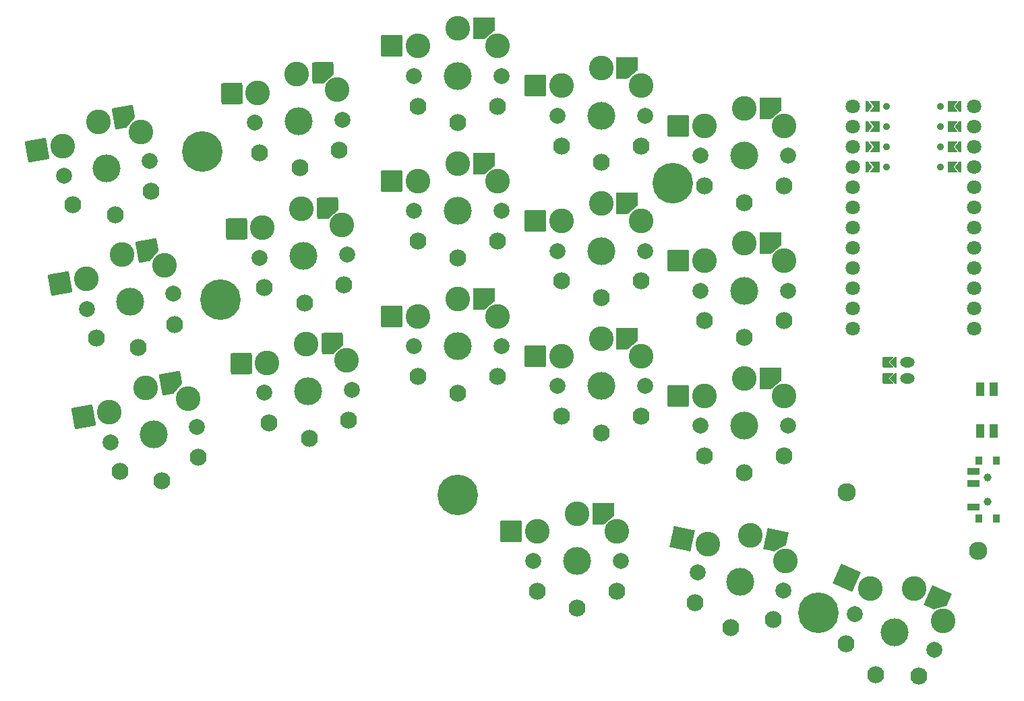
<source format=gbr>
%TF.GenerationSoftware,KiCad,Pcbnew,8.0.1*%
%TF.CreationDate,2024-05-06T14:57:41+03:00*%
%TF.ProjectId,new_ready_splayer_pcb,6e65775f-7265-4616-9479-5f73706c6179,v1.0.0*%
%TF.SameCoordinates,Original*%
%TF.FileFunction,Soldermask,Top*%
%TF.FilePolarity,Negative*%
%FSLAX46Y46*%
G04 Gerber Fmt 4.6, Leading zero omitted, Abs format (unit mm)*
G04 Created by KiCad (PCBNEW 8.0.1) date 2024-05-06 14:57:41*
%MOMM*%
%LPD*%
G01*
G04 APERTURE LIST*
G04 Aperture macros list*
%AMRoundRect*
0 Rectangle with rounded corners*
0 $1 Rounding radius*
0 $2 $3 $4 $5 $6 $7 $8 $9 X,Y pos of 4 corners*
0 Add a 4 corners polygon primitive as box body*
4,1,4,$2,$3,$4,$5,$6,$7,$8,$9,$2,$3,0*
0 Add four circle primitives for the rounded corners*
1,1,$1+$1,$2,$3*
1,1,$1+$1,$4,$5*
1,1,$1+$1,$6,$7*
1,1,$1+$1,$8,$9*
0 Add four rect primitives between the rounded corners*
20,1,$1+$1,$2,$3,$4,$5,0*
20,1,$1+$1,$4,$5,$6,$7,0*
20,1,$1+$1,$6,$7,$8,$9,0*
20,1,$1+$1,$8,$9,$2,$3,0*%
%AMFreePoly0*
4,1,15,1.335355,1.335355,1.350000,1.300000,1.350000,-0.250000,1.335355,-0.285355,1.332160,-0.288285,0.082160,-1.338285,0.050000,-1.350000,-1.300000,-1.350000,-1.335355,-1.335355,-1.350000,-1.300000,-1.350000,1.300000,-1.335355,1.335355,-1.300000,1.350000,1.300000,1.350000,1.335355,1.335355,1.335355,1.335355,$1*%
%AMFreePoly1*
4,1,16,0.535355,0.660355,0.550000,0.625000,0.550000,-0.625000,0.535355,-0.660355,0.500000,-0.675000,-0.650000,-0.675000,-0.685355,-0.660355,-0.700000,-0.625000,-0.689043,-0.593765,-0.214031,0.000000,-0.689043,0.593765,-0.699694,0.630522,-0.681235,0.664043,-0.650000,0.675000,0.500000,0.675000,0.535355,0.660355,0.535355,0.660355,$1*%
%AMFreePoly2*
4,1,16,-0.214645,0.660355,-0.210957,0.656235,0.289043,0.031235,0.299694,-0.005522,0.289043,-0.031235,-0.210957,-0.656235,-0.244478,-0.674694,-0.250000,-0.675000,-0.500000,-0.675000,-0.535355,-0.660355,-0.550000,-0.625000,-0.550000,0.625000,-0.535355,0.660355,-0.500000,0.675000,-0.250000,0.675000,-0.214645,0.660355,-0.214645,0.660355,$1*%
%AMFreePoly3*
4,1,16,0.635355,0.285355,0.650000,0.250000,0.650000,-1.000000,0.635355,-1.035355,0.600000,-1.050000,0.564645,-1.035355,0.000000,-0.470710,-0.564645,-1.035355,-0.600000,-1.050000,-0.635355,-1.035355,-0.650000,-1.000000,-0.650000,0.250000,-0.635355,0.285355,-0.600000,0.300000,0.600000,0.300000,0.635355,0.285355,0.635355,0.285355,$1*%
%AMFreePoly4*
4,1,14,0.035355,0.435355,0.635355,-0.164645,0.650000,-0.200000,0.650000,-0.400000,0.635355,-0.435355,0.600000,-0.450000,-0.600000,-0.450000,-0.635355,-0.435355,-0.650000,-0.400000,-0.650000,-0.200000,-0.635355,-0.164645,-0.035355,0.435355,0.000000,0.450000,0.035355,0.435355,0.035355,0.435355,$1*%
G04 Aperture macros list end*
%ADD10C,2.000000*%
%ADD11C,3.100000*%
%ADD12C,3.500000*%
%ADD13C,2.132000*%
%ADD14FreePoly0,0.000000*%
%ADD15RoundRect,0.050000X-1.300000X-1.300000X1.300000X-1.300000X1.300000X1.300000X-1.300000X1.300000X0*%
%ADD16C,5.100000*%
%ADD17C,2.300000*%
%ADD18C,0.900000*%
%ADD19FreePoly1,180.000000*%
%ADD20FreePoly2,180.000000*%
%ADD21C,1.800000*%
%ADD22FreePoly2,0.000000*%
%ADD23FreePoly1,0.000000*%
%ADD24RoundRect,0.050000X0.500000X-0.775000X0.500000X0.775000X-0.500000X0.775000X-0.500000X-0.775000X0*%
%ADD25RoundRect,0.050000X0.400000X-0.500000X0.400000X0.500000X-0.400000X0.500000X-0.400000X-0.500000X0*%
%ADD26C,1.000000*%
%ADD27RoundRect,0.050000X0.750000X-0.350000X0.750000X0.350000X-0.750000X0.350000X-0.750000X-0.350000X0*%
%ADD28FreePoly3,90.000000*%
%ADD29O,1.850000X1.300000*%
%ADD30FreePoly4,90.000000*%
%ADD31FreePoly0,10.000000*%
%ADD32RoundRect,0.050000X-1.054507X-1.505993X1.505993X-1.054507X1.054507X1.505993X-1.505993X1.054507X0*%
%ADD33FreePoly0,348.000000*%
%ADD34RoundRect,0.050000X-1.541877X-1.001307X1.001307X-1.541877X1.541877X1.001307X-1.001307X1.541877X0*%
%ADD35FreePoly0,2.000000*%
%ADD36RoundRect,0.050000X-1.253839X-1.344577X1.344577X-1.253839X1.253839X1.344577X-1.344577X1.253839X0*%
%ADD37FreePoly0,336.000000*%
%ADD38RoundRect,0.050000X-1.716367X-0.658851X0.658851X-1.716367X1.716367X0.658851X-0.658851X1.716367X0*%
G04 APERTURE END LIST*
D10*
%TO.C,S13*%
X235159006Y-135905853D03*
D11*
X235659007Y-132155853D03*
X240659006Y-129955853D03*
D12*
X240659006Y-135905853D03*
D11*
X245659005Y-132155853D03*
D10*
X246159006Y-135905853D03*
D13*
X235659006Y-139705853D03*
D14*
X243934006Y-129955852D03*
D13*
X245659006Y-139705853D03*
D15*
X232384006Y-132155853D03*
D13*
X240659006Y-141805853D03*
%TD*%
D16*
%TO.C,MH7*%
X249927216Y-159398435D03*
%TD*%
D17*
%TO.C,MH1*%
X269991491Y-151601480D03*
%TD*%
D16*
%TO.C,MH3*%
X172557597Y-101415189D03*
%TD*%
%TO.C,MH5*%
X174829857Y-120003004D03*
%TD*%
D18*
%TO.C,MCU1*%
X265309000Y-95715000D03*
D19*
X266684000Y-95715000D03*
D20*
X267409000Y-95715000D03*
D21*
X269529000Y-95715000D03*
D18*
X265309000Y-98255000D03*
D19*
X266684000Y-98255000D03*
D20*
X267409000Y-98255000D03*
D21*
X269529000Y-98255000D03*
D18*
X265309000Y-100795000D03*
D19*
X266684000Y-100795000D03*
D20*
X267409000Y-100795000D03*
D21*
X269529000Y-100795000D03*
D18*
X265309000Y-103335000D03*
D19*
X266684000Y-103335000D03*
D20*
X267409000Y-103335000D03*
D21*
X269529000Y-103335000D03*
X269529000Y-105875000D03*
X269529000Y-108415000D03*
X269529000Y-110955000D03*
X269529000Y-113495000D03*
X269529000Y-116035000D03*
X269529000Y-118575000D03*
X269529000Y-121115000D03*
X269529000Y-123655000D03*
X254289000Y-123655000D03*
X254289000Y-121115000D03*
X254289000Y-118575000D03*
X254289000Y-116035000D03*
X254289000Y-113495000D03*
X254289000Y-110955000D03*
X254289000Y-108415000D03*
X254289000Y-105875000D03*
X254289000Y-103335000D03*
D22*
X256409000Y-103335000D03*
D21*
X254289000Y-100795000D03*
D22*
X256409000Y-100795000D03*
D21*
X254289000Y-98255000D03*
D22*
X256409000Y-98255000D03*
D21*
X254289000Y-95715000D03*
D22*
X256409000Y-95715000D03*
D23*
X257134000Y-103335000D03*
D18*
X258509000Y-103335000D03*
D23*
X257134000Y-100795000D03*
D18*
X258509000Y-100795000D03*
D23*
X257134000Y-98255000D03*
D18*
X258509000Y-98255000D03*
D23*
X257134000Y-95715000D03*
D18*
X258509000Y-95715000D03*
%TD*%
D16*
%TO.C,MH4*%
X231659009Y-105405854D03*
%TD*%
D24*
%TO.C,RST1*%
X272009009Y-136530853D03*
X270309009Y-136530853D03*
X272009009Y-131280853D03*
X270309009Y-131280853D03*
%TD*%
D25*
%TO.C,PWR1*%
X270074008Y-147555851D03*
X270074009Y-140255851D03*
D26*
X271184009Y-142405852D03*
X271184009Y-145405852D03*
D25*
X272284008Y-140255852D03*
X272284009Y-147555852D03*
D27*
X269424008Y-146155852D03*
X269424009Y-143155851D03*
X269424009Y-141655852D03*
%TD*%
D28*
%TO.C,JST1*%
X258343007Y-127905850D03*
X258343007Y-129905850D03*
D29*
X261159006Y-127905850D03*
X261159008Y-129905850D03*
D30*
X259359006Y-127905851D03*
X259359007Y-129905850D03*
%TD*%
D16*
%TO.C,MH6*%
X204659011Y-144605852D03*
%TD*%
D17*
%TO.C,MH2*%
X253547674Y-144280218D03*
%TD*%
D10*
%TO.C,S1*%
X161079777Y-137963538D03*
D11*
X160921001Y-134183685D03*
X165463013Y-131148867D03*
D12*
X166496220Y-137008473D03*
D11*
X170769078Y-132447202D03*
D10*
X171912663Y-136053408D03*
D13*
X162232044Y-141618983D03*
D31*
X168688259Y-130580168D03*
D13*
X172080122Y-139882502D03*
D32*
X157695755Y-134752383D03*
D13*
X167520744Y-142818839D03*
%TD*%
D10*
%TO.C,S15*%
X235159009Y-101905854D03*
D11*
X235659010Y-98155854D03*
X240659009Y-95955854D03*
D12*
X240659009Y-101905854D03*
D11*
X245659008Y-98155854D03*
D10*
X246159009Y-101905854D03*
D13*
X235659009Y-105705854D03*
D14*
X243934009Y-95955853D03*
D13*
X245659009Y-105705854D03*
D15*
X232384009Y-98155854D03*
D13*
X240659009Y-107805854D03*
%TD*%
D10*
%TO.C,S3*%
X155175740Y-104480077D03*
D11*
X155016964Y-100700224D03*
X159558976Y-97665406D03*
D12*
X160592183Y-103525012D03*
D11*
X164865041Y-98963741D03*
D10*
X166008626Y-102569947D03*
D13*
X156328007Y-108135522D03*
D31*
X162784222Y-97096707D03*
D13*
X166176085Y-106399041D03*
D32*
X151791718Y-101268922D03*
D13*
X161616707Y-109335378D03*
%TD*%
D10*
%TO.C,S8*%
X199159010Y-108905851D03*
D11*
X199659011Y-105155851D03*
X204659010Y-102955851D03*
D12*
X204659010Y-108905851D03*
D11*
X209659009Y-105155851D03*
D10*
X210159010Y-108905851D03*
D13*
X199659010Y-112705851D03*
D14*
X207934010Y-102955850D03*
D13*
X209659010Y-112705851D03*
D15*
X196384010Y-105155851D03*
D13*
X204659010Y-114805851D03*
%TD*%
D10*
%TO.C,S17*%
X234797817Y-154342368D03*
D11*
X236066560Y-150778269D03*
X241414704Y-149665904D03*
D12*
X240177629Y-155485882D03*
D11*
X245848036Y-152857386D03*
D10*
X245557441Y-156629396D03*
D13*
X234496827Y-158163283D03*
D33*
X244618137Y-150346815D03*
D13*
X244278303Y-160242401D03*
D34*
X232863126Y-150097359D03*
D13*
X238950950Y-161256953D03*
%TD*%
D10*
%TO.C,S5*%
X179755140Y-114768200D03*
D11*
X180123964Y-111003035D03*
X185044138Y-108629878D03*
D12*
X185251790Y-114576253D03*
D11*
X190117870Y-110654040D03*
D10*
X190748440Y-114384306D03*
D13*
X180387454Y-118548436D03*
D35*
X188317143Y-108515581D03*
D13*
X190381362Y-118199441D03*
D36*
X176850958Y-111117331D03*
D13*
X185457696Y-120472659D03*
%TD*%
D10*
%TO.C,S9*%
X199159008Y-91905853D03*
D11*
X199659009Y-88155853D03*
X204659008Y-85955853D03*
D12*
X204659008Y-91905853D03*
D11*
X209659007Y-88155853D03*
D10*
X210159008Y-91905853D03*
D13*
X199659008Y-95705853D03*
D14*
X207934008Y-85955852D03*
D13*
X209659008Y-95705853D03*
D15*
X196384008Y-88155853D03*
D13*
X204659008Y-97805853D03*
%TD*%
D10*
%TO.C,S14*%
X235159011Y-118905855D03*
D11*
X235659012Y-115155855D03*
X240659011Y-112955855D03*
D12*
X240659011Y-118905855D03*
D11*
X245659010Y-115155855D03*
D10*
X246159011Y-118905855D03*
D13*
X235659011Y-122705855D03*
D14*
X243934011Y-112955854D03*
D13*
X245659011Y-122705855D03*
D15*
X232384011Y-115155855D03*
D13*
X240659011Y-124805855D03*
%TD*%
D10*
%TO.C,S7*%
X199159009Y-125905852D03*
D11*
X199659010Y-122155852D03*
X204659009Y-119955852D03*
D12*
X204659009Y-125905852D03*
D11*
X209659008Y-122155852D03*
D10*
X210159009Y-125905852D03*
D13*
X199659009Y-129705852D03*
D14*
X207934009Y-119955851D03*
D13*
X209659009Y-129705852D03*
D15*
X196384009Y-122155852D03*
D13*
X204659009Y-131805852D03*
%TD*%
D10*
%TO.C,S12*%
X217159012Y-96905853D03*
D11*
X217659013Y-93155853D03*
X222659012Y-90955853D03*
D12*
X222659012Y-96905853D03*
D11*
X227659011Y-93155853D03*
D10*
X228159012Y-96905853D03*
D13*
X217659012Y-100705853D03*
D14*
X225934012Y-90955852D03*
D13*
X227659012Y-100705853D03*
D15*
X214384012Y-93155853D03*
D13*
X222659012Y-102805853D03*
%TD*%
D10*
%TO.C,S2*%
X158127762Y-121221809D03*
D11*
X157968986Y-117441956D03*
X162510998Y-114407138D03*
D12*
X163544205Y-120266744D03*
D11*
X167817063Y-115705473D03*
D10*
X168960648Y-119311679D03*
D13*
X159280029Y-124877254D03*
D31*
X165736244Y-113838439D03*
D13*
X169128107Y-123140773D03*
D32*
X154743740Y-118010654D03*
D13*
X164568729Y-126077110D03*
%TD*%
D10*
%TO.C,S11*%
X217159006Y-113905854D03*
D11*
X217659007Y-110155854D03*
X222659006Y-107955854D03*
D12*
X222659006Y-113905854D03*
D11*
X227659005Y-110155854D03*
D10*
X228159006Y-113905854D03*
D13*
X217659006Y-117705854D03*
D14*
X225934006Y-107955853D03*
D13*
X227659006Y-117705854D03*
D15*
X214384006Y-110155854D03*
D13*
X222659006Y-119805854D03*
%TD*%
D10*
%TO.C,S18*%
X254502229Y-159592267D03*
D11*
X256484264Y-156369840D03*
X261946812Y-156393724D03*
D12*
X259526729Y-161829319D03*
D11*
X265619719Y-160437207D03*
D10*
X264551229Y-164066371D03*
D13*
X253413402Y-163267109D03*
D37*
X264938673Y-157725786D03*
D13*
X262548857Y-167334475D03*
D38*
X253492403Y-155037778D03*
D13*
X257126983Y-167219237D03*
%TD*%
D10*
%TO.C,S16*%
X214159008Y-152905851D03*
D11*
X214659009Y-149155851D03*
X219659008Y-146955851D03*
D12*
X219659008Y-152905851D03*
D11*
X224659007Y-149155851D03*
D10*
X225159008Y-152905851D03*
D13*
X214659008Y-156705851D03*
D14*
X222934008Y-146955850D03*
D13*
X224659008Y-156705851D03*
D15*
X211384008Y-149155851D03*
D13*
X219659008Y-158805851D03*
%TD*%
D10*
%TO.C,S6*%
X179161850Y-97778558D03*
D11*
X179530674Y-94013393D03*
X184450848Y-91640236D03*
D12*
X184658500Y-97586611D03*
D11*
X189524580Y-93664398D03*
D10*
X190155150Y-97394664D03*
D13*
X179794164Y-101558794D03*
D35*
X187723853Y-91525939D03*
D13*
X189788072Y-101209799D03*
D36*
X176257668Y-94127689D03*
D13*
X184864406Y-103483017D03*
%TD*%
D10*
%TO.C,S10*%
X217159009Y-130905852D03*
D11*
X217659010Y-127155852D03*
X222659009Y-124955852D03*
D12*
X222659009Y-130905852D03*
D11*
X227659008Y-127155852D03*
D10*
X228159009Y-130905852D03*
D13*
X217659009Y-134705852D03*
D14*
X225934009Y-124955851D03*
D13*
X227659009Y-134705852D03*
D15*
X214384009Y-127155852D03*
D13*
X222659009Y-136805852D03*
%TD*%
D10*
%TO.C,S4*%
X180348431Y-131757844D03*
D11*
X180717255Y-127992679D03*
X185637429Y-125619522D03*
D12*
X185845081Y-131565897D03*
D11*
X190711161Y-127643684D03*
D10*
X191341731Y-131373950D03*
D13*
X180980745Y-135538080D03*
D35*
X188910434Y-125505225D03*
D13*
X190974653Y-135189085D03*
D36*
X177444249Y-128106975D03*
D13*
X186050987Y-137462303D03*
%TD*%
M02*

</source>
